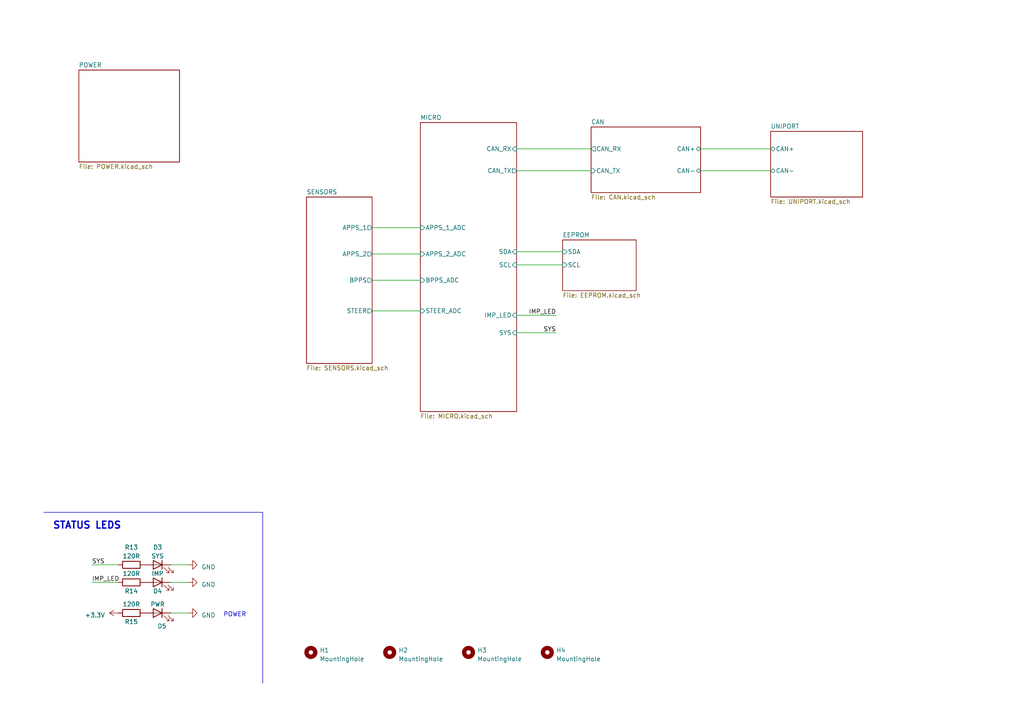
<source format=kicad_sch>
(kicad_sch (version 20231120) (generator "eeschema") (generator_version "8.0")
  (paper "A4")
  (title_block (title "TeR_PEDAL") (date "2023-11-24") (rev "V1.1.0") (company "Tecnun-eRacing") (comment 1 "Ozuba"))
  (lib_symbols
    (symbol "Device:LED" (pin_numbers hide) (pin_names (offset 1.016) hide)
      (property "Reference" "D" (at 0 2.54 0))
      (property "Value" "LED" (at 0 -2.54 0))
      (symbol "LED_0_1"
        (polyline (pts (xy -1.27 -1.27) (xy -1.27 1.27)) (stroke (width 0.254)))
        (polyline (pts (xy -1.27 0) (xy 1.27 0)))
        (polyline (pts (xy 1.27 -1.27) (xy 1.27 1.27) (xy -1.27 0) (xy 1.27 -1.27)) (stroke (width 0.254)))
        (polyline (pts (xy -3.048 -0.762) (xy -4.572 -2.286) (xy -3.81 -2.286) (xy -4.572 -2.286) (xy -4.572 -1.524)))
        (polyline (pts (xy -1.778 -0.762) (xy -3.302 -2.286) (xy -2.54 -2.286) (xy -3.302 -2.286) (xy -3.302 -1.524)))
      )
      (symbol "LED_1_1"
        (pin passive line (at -3.81 0 0) (length 2.54) (name "K") (number "1"))
        (pin passive line (at 3.81 0 180) (length 2.54) (name "A") (number "2"))
      )
    )
    (symbol "Device:R" (pin_numbers hide) (pin_names (offset 0))
      (property "Reference" "R" (at 2.032 0 90))
      (property "Value" "R" (at 0 0 90))
      (symbol "R_0_1"
        (rectangle (start -1.016 -2.54) (end 1.016 2.54) (stroke (width 0.254)))
      )
      (symbol "R_1_1"
        (pin passive line (at 0 3.81 270) (length 1.27) (name "~") (number "1"))
        (pin passive line (at 0 -3.81 90) (length 1.27) (name "~") (number "2"))
      )
    )
    (symbol "Mechanical:MountingHole" (pin_names (offset 1.016))
      (property "Reference" "H" (at 0 5.08 0))
      (property "Value" "MountingHole" (at 0 3.175 0))
      (symbol "MountingHole_0_1"
        (circle (center 0 0) (radius 1.27) (stroke (width 1.27)))
      )
    )
    (symbol "power:+3.3V" (power) (pin_names (offset 0))
      (property "Value" "+3.3V" (at 0 3.556 0))
      (symbol "+3.3V_0_1"
        (polyline (pts (xy -0.762 1.27) (xy 0 2.54)))
        (polyline (pts (xy 0 0) (xy 0 2.54)))
        (polyline (pts (xy 0 2.54) (xy 0.762 1.27)))
      )
      (symbol "+3.3V_1_1"
        (pin power_in line (at 0 0 90) (length 0) hide (name "+3.3V") (number "1"))
      )
    )
    (symbol "power:GND" (power) (pin_names (offset 0))
      (property "Value" "GND" (at 0 -3.81 0))
      (symbol "GND_0_1"
        (polyline (pts (xy 0 0) (xy 0 -1.27) (xy 1.27 -1.27) (xy 0 -2.54) (xy -1.27 -1.27) (xy 0 -1.27)))
      )
      (symbol "GND_1_1"
        (pin power_in line (at 0 0 270) (length 0) hide (name "GND") (number "1"))
      )
    )
  )
  (wire (pts (xy 54.61 168.91) (xy 49.53 168.91)))
  (wire (pts (xy 149.86 73.025) (xy 163.195 73.025)))
  (wire (pts (xy 54.61 177.8) (xy 49.53 177.8)))
  (wire (pts (xy 26.67 163.83) (xy 34.29 163.83)))
  (wire (pts (xy 203.2 49.53) (xy 223.52 49.53)))
  (wire (pts (xy 107.95 81.28) (xy 121.92 81.28)))
  (wire (pts (xy 26.67 168.91) (xy 34.29 168.91)))
  (wire (pts (xy 149.86 96.52) (xy 161.29 96.52)))
  (wire (pts (xy 107.95 66.04) (xy 121.92 66.04)))
  (wire (pts (xy 149.86 43.18) (xy 171.45 43.18)))
  (wire (pts (xy 54.61 163.83) (xy 49.53 163.83)))
  (wire (pts (xy 107.95 90.17) (xy 121.92 90.17)))
  (wire (pts (xy 149.86 91.44) (xy 161.29 91.44)))
  (polyline (pts (xy 76.2 148.59) (xy 76.2 198.12)))
  (polyline (pts (xy 12.7 148.59) (xy 76.2 148.59)))
  (wire (pts (xy 203.2 43.18) (xy 223.52 43.18)))
  (wire (pts (xy 149.86 49.53) (xy 171.45 49.53)))
  (wire (pts (xy 107.95 73.66) (xy 121.92 73.66)))
  (wire (pts (xy 149.86 76.835) (xy 163.195 76.835)))
  (text "STATUS LEDS" (at 15.24 153.67 0) (effects (font (size 2 2) (thickness 0.4) (bold yes)) (justify left bottom)))
  (text "POWER" (at 64.77 179.07 0) (effects (font (size 1.27 1.27)) (justify left bottom)))
  (label "IMP_LED" (at 161.29 91.44 180))
  (label "IMP_LED" (at 26.67 168.91 0))
  (label "SYS" (at 26.67 163.83 0))
  (label "SYS" (at 161.29 96.52 180))
  (symbol (lib_id "power:GND") (at 54.61 177.8 90) (mirror x) (unit 1)
    (property "Reference" "#PWR045" (effects (hide yes)))
    (property "Value" "GND" (at 58.42 178.435 90) (effects (justify right)))
  )
  (symbol (lib_id "Device:LED") (at 45.72 163.83 0) (mirror y) (unit 1)
    (property "Reference" "D3" (at 45.72 158.75 0))
    (property "Value" "SYS" (at 45.72 161.29 0))
    (property "Footprint" "LED_SMD:LED_0603_1608Metric" (effects (hide yes)))
  )
  (symbol (lib_id "power:GND") (at 54.61 168.91 90) (mirror x) (unit 1)
    (property "Reference" "#PWR044" (effects (hide yes)))
    (property "Value" "GND" (at 58.42 169.545 90) (effects (justify right)))
  )
  (symbol (lib_id "Mechanical:MountingHole") (at 135.89 189.23 0) (unit 1)
    (property "Reference" "H3" (at 138.43 188.595 0) (effects (justify left)))
    (property "Value" "MountingHole" (at 138.43 191.135 0) (effects (justify left)))
    (property "Footprint" "MountingHole:MountingHole_2.2mm_M2" (effects (hide yes)))
  )
  (symbol (lib_id "Mechanical:MountingHole") (at 113.03 189.23 0) (unit 1)
    (property "Reference" "H2" (at 115.57 188.595 0) (effects (justify left)))
    (property "Value" "MountingHole" (at 115.57 191.135 0) (effects (justify left)))
    (property "Footprint" "MountingHole:MountingHole_2.2mm_M2" (effects (hide yes)))
  )
  (symbol (lib_id "Device:LED") (at 45.72 177.8 0) (mirror y) (unit 1)
    (property "Reference" "D5" (at 46.99 181.61 0))
    (property "Value" "PWR" (at 45.72 175.26 0))
    (property "Footprint" "LED_SMD:LED_0603_1608Metric" (effects (hide yes)))
  )
  (symbol (lib_id "Device:LED") (at 45.72 168.91 0) (mirror y) (unit 1)
    (property "Reference" "D4" (at 45.72 171.45 0))
    (property "Value" "IMP" (at 45.72 166.37 0))
    (property "Footprint" "LED_SMD:LED_0603_1608Metric" (effects (hide yes)))
  )
  (symbol (lib_id "Device:R") (at 38.1 168.91 270) (mirror x) (unit 1)
    (property "Reference" "R14" (at 38.1 171.45 90))
    (property "Value" "120R" (at 38.1 166.37 90))
    (property "Footprint" "Resistor_SMD:R_0402_1005Metric" (effects (hide yes)))
  )
  (symbol (lib_id "power:GND") (at 54.61 163.83 90) (mirror x) (unit 1)
    (property "Reference" "#PWR043" (effects (hide yes)))
    (property "Value" "GND" (at 58.42 164.465 90) (effects (justify right)))
  )
  (symbol (lib_id "Mechanical:MountingHole") (at 158.75 189.23 0) (unit 1)
    (property "Reference" "H4" (at 161.29 188.595 0) (effects (justify left)))
    (property "Value" "MountingHole" (at 161.29 191.135 0) (effects (justify left)))
    (property "Footprint" "MountingHole:MountingHole_2.2mm_M2" (effects (hide yes)))
  )
  (symbol (lib_id "power:+3.3V") (at 34.29 177.8 90) (unit 1)
    (property "Reference" "#PWR046" (effects (hide yes)))
    (property "Value" "+3.3V" (at 30.48 178.435 90) (effects (justify left)))
  )
  (symbol (lib_id "Mechanical:MountingHole") (at 90.17 189.23 0) (unit 1)
    (property "Reference" "H1" (at 92.71 188.595 0) (effects (justify left)))
    (property "Value" "MountingHole" (at 92.71 191.135 0) (effects (justify left)))
    (property "Footprint" "MountingHole:MountingHole_2.2mm_M2" (effects (hide yes)))
  )
  (symbol (lib_id "Device:R") (at 38.1 177.8 270) (mirror x) (unit 1)
    (property "Reference" "R15" (at 38.1 180.34 90))
    (property "Value" "120R" (at 38.1 175.26 90))
    (property "Footprint" "Capacitor_SMD:C_0402_1005Metric" (effects (hide yes)))
  )
  (symbol (lib_id "Device:R") (at 38.1 163.83 270) (mirror x) (unit 1)
    (property "Reference" "R13" (at 38.1 158.75 90))
    (property "Value" "120R" (at 38.1 161.29 90))
    (property "Footprint" "Resistor_SMD:R_0402_1005Metric" (effects (hide yes)))
  )
  (sheet (at 163.195 69.596) (size 21.336 14.732) (stroke (width 0.1524))
    (property "Sheetname" "EEPROM" (at 163.195 68.8844 0) (effects (justify left bottom)))
    (property "Sheetfile" "EEPROM.kicad_sch" (at 163.195 84.9126 0) (effects (justify left top)))
    (pin "SDA" input (at 163.195 73.025 180))
    (pin "SCL" input (at 163.195 76.835 180))
  )
  (sheet (at 223.52 38.1) (size 26.67 19.05) (stroke (width 0.1524))
    (property "Sheetname" "UNIPORT" (at 223.52 37.3884 0) (effects (justify left bottom)))
    (property "Sheetfile" "UNIPORT.kicad_sch" (at 223.52 57.7346 0) (effects (justify left top)))
    (pin "CAN+" bidirectional (at 223.52 43.18 180))
    (pin "CAN-" bidirectional (at 223.52 49.53 180))
  )
  (sheet (at 22.86 20.32) (size 29.21 26.67) (stroke (width 0.1524))
    (property "Sheetname" "POWER" (at 22.86 19.6084 0) (effects (justify left bottom)))
    (property "Sheetfile" "POWER.kicad_sch" (at 22.86 47.5746 0) (effects (justify left top)))
  )
  (sheet (at 121.92 35.56) (size 27.94 83.82) (stroke (width 0.1524))
    (property "Sheetname" "MICRO" (at 121.92 34.8484 0) (effects (justify left bottom)))
    (property "Sheetfile" "MICRO.kicad_sch" (at 121.92 119.9646 0) (effects (justify left top)))
    (pin "CAN_RX" input (at 149.86 43.18 0))
    (pin "CAN_TX" output (at 149.86 49.53 0))
    (pin "APPS_1_ADC" input (at 121.92 66.04 180))
    (pin "BPPS_ADC" input (at 121.92 81.28 180))
    (pin "IMP_LED" input (at 149.86 91.44 0))
    (pin "APPS_2_ADC" input (at 121.92 73.66 180))
    (pin "STEER_ADC" input (at 121.92 90.17 180))
    (pin "SYS" input (at 149.86 96.52 0))
    (pin "SDA" input (at 149.86 73.025 0))
    (pin "SCL" input (at 149.86 76.835 0))
  )
  (sheet (at 171.45 36.83) (size 31.75 19.05) (stroke (width 0.1524))
    (property "Sheetname" "CAN" (at 171.45 36.1184 0) (effects (justify left bottom)))
    (property "Sheetfile" "CAN.kicad_sch" (at 171.45 56.4646 0) (effects (justify left top)))
    (pin "CAN_RX" output (at 171.45 43.18 180))
    (pin "CAN_TX" input (at 171.45 49.53 180))
    (pin "CAN+" bidirectional (at 203.2 43.18 0))
    (pin "CAN-" bidirectional (at 203.2 49.53 0))
  )
  (sheet (at 88.9 57.15) (size 19.05 48.26) (stroke (width 0.1524))
    (property "Sheetname" "SENSORS" (at 88.9 56.4384 0) (effects (justify left bottom)))
    (property "Sheetfile" "SENSORS.kicad_sch" (at 88.9 105.9946 0) (effects (justify left top)))
    (pin "APPS_1" output (at 107.95 66.04 0))
    (pin "APPS_2" output (at 107.95 73.66 0))
    (pin "BPPS" output (at 107.95 81.28 0))
    (pin "STEER" output (at 107.95 90.17 0))
  )
)
</source>
